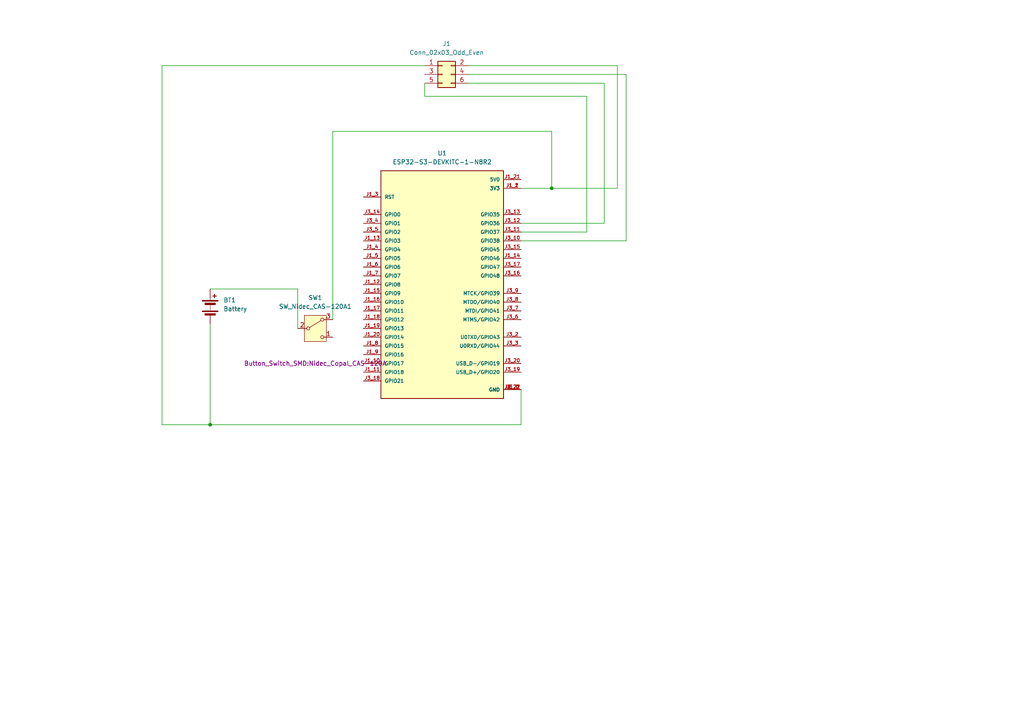
<source format=kicad_sch>
(kicad_sch (version 20231120) (generator "eeschema") (generator_version "8.0")
  (paper "A4")
  (lib_symbols
    (symbol "Connector_Generic:Conn_02x03_Odd_Even" (pin_names (offset 1.016) hide)
      (property "Reference" "J" (at 1.27 5.08 0))
      (property "Value" "Conn_02x03_Odd_Even" (at 1.27 -5.08 0))
      (symbol "Conn_02x03_Odd_Even_1_1"
        (rectangle (start -1.27 -2.413) (end 0 -2.667) (stroke (width 0.1524)))
        (rectangle (start -1.27 0.127) (end 0 -0.127) (stroke (width 0.1524)))
        (rectangle (start -1.27 2.667) (end 0 2.413) (stroke (width 0.1524)))
        (rectangle (start -1.27 3.81) (end 3.81 -3.81) (stroke (width 0.254)) (fill (type background)))
        (rectangle (start 3.81 -2.413) (end 2.54 -2.667) (stroke (width 0.1524)))
        (rectangle (start 3.81 0.127) (end 2.54 -0.127) (stroke (width 0.1524)))
        (rectangle (start 3.81 2.667) (end 2.54 2.413) (stroke (width 0.1524)))
        (pin passive line (at -5.08 2.54 0) (length 3.81) (name "Pin_1") (number "1"))
        (pin passive line (at 7.62 2.54 180) (length 3.81) (name "Pin_2") (number "2"))
        (pin passive line (at -5.08 0 0) (length 3.81) (name "Pin_3") (number "3"))
        (pin passive line (at 7.62 0 180) (length 3.81) (name "Pin_4") (number "4"))
        (pin passive line (at -5.08 -2.54 0) (length 3.81) (name "Pin_5") (number "5"))
        (pin passive line (at 7.62 -2.54 180) (length 3.81) (name "Pin_6") (number "6"))
      )
    )
    (symbol "Device:Battery" (pin_numbers hide) (pin_names (offset 0) hide)
      (property "Reference" "BT" (at 2.54 2.54 0))
      (property "Value" "Battery" (at 2.54 0 0))
      (symbol "Battery_0_1"
        (rectangle (start -2.286 -1.27) (end 2.286 -1.524) (fill (type outline)))
        (rectangle (start -2.286 1.778) (end 2.286 1.524) (fill (type outline)))
        (rectangle (start -1.524 -2.032) (end 1.524 -2.54) (fill (type outline)))
        (rectangle (start -1.524 1.016) (end 1.524 0.508) (fill (type outline)))
        (polyline (pts (xy 0 -1.016) (xy 0 -0.762)))
        (polyline (pts (xy 0 -0.508) (xy 0 -0.254)))
        (polyline (pts (xy 0 0) (xy 0 0.254)))
        (polyline (pts (xy 0 1.778) (xy 0 2.54)))
        (polyline (pts (xy 0.762 3.048) (xy 1.778 3.048)) (stroke (width 0.254)))
        (polyline (pts (xy 1.27 3.556) (xy 1.27 2.54)) (stroke (width 0.254)))
      )
      (symbol "Battery_1_1"
        (pin passive line (at 0 5.08 270) (length 2.54) (name "+") (number "1"))
        (pin passive line (at 0 -5.08 90) (length 2.54) (name "-") (number "2"))
      )
    )
    (symbol "ESP32-S3-DEVKITC-1-N8R2:ESP32-S3-DEVKITC-1-N8R2" (pin_names (offset 1.016))
      (property "Reference" "U" (at -17.78 35.56 0))
      (property "Value" "ESP32-S3-DEVKITC-1-N8R2" (at -17.78 -35.56 0))
      (symbol "ESP32-S3-DEVKITC-1-N8R2_0_0"
        (rectangle (start -17.78 -33.02) (end 17.78 33.02) (stroke (width 0.254)) (fill (type background)))
        (pin power_in line (at 22.86 27.94 180) (length 5.08) (name "3V3") (number "J1_1"))
        (pin bidirectional line (at -22.86 -22.86 0) (length 5.08) (name "GPIO17") (number "J1_10"))
        (pin bidirectional line (at -22.86 -25.4 0) (length 5.08) (name "GPIO18") (number "J1_11"))
        (pin bidirectional line (at -22.86 0 0) (length 5.08) (name "GPIO8") (number "J1_12"))
        (pin bidirectional line (at -22.86 12.7 0) (length 5.08) (name "GPIO3") (number "J1_13"))
        (pin bidirectional line (at 22.86 7.62 180) (length 5.08) (name "GPIO46") (number "J1_14"))
        (pin bidirectional line (at -22.86 -2.54 0) (length 5.08) (name "GPIO9") (number "J1_15"))
        (pin bidirectional line (at -22.86 -5.08 0) (length 5.08) (name "GPIO10") (number "J1_16"))
        (pin bidirectional line (at -22.86 -7.62 0) (length 5.08) (name "GPIO11") (number "J1_17"))
        (pin bidirectional line (at -22.86 -10.16 0) (length 5.08) (name "GPIO12") (number "J1_18"))
        (pin bidirectional line (at -22.86 -12.7 0) (length 5.08) (name "GPIO13") (number "J1_19"))
        (pin power_in line (at 22.86 27.94 180) (length 5.08) (name "3V3") (number "J1_2"))
        (pin bidirectional line (at -22.86 -15.24 0) (length 5.08) (name "GPIO14") (number "J1_20"))
        (pin power_in line (at 22.86 30.48 180) (length 5.08) (name "5V0") (number "J1_21"))
        (pin power_in line (at 22.86 -30.48 180) (length 5.08) (name "GND") (number "J1_22"))
        (pin input line (at -22.86 25.4 0) (length 5.08) (name "RST") (number "J1_3"))
        (pin bidirectional line (at -22.86 10.16 0) (length 5.08) (name "GPIO4") (number "J1_4"))
        (pin bidirectional line (at -22.86 7.62 0) (length 5.08) (name "GPIO5") (number "J1_5"))
        (pin bidirectional line (at -22.86 5.08 0) (length 5.08) (name "GPIO6") (number "J1_6"))
        (pin bidirectional line (at -22.86 2.54 0) (length 5.08) (name "GPIO7") (number "J1_7"))
        (pin bidirectional line (at -22.86 -17.78 0) (length 5.08) (name "GPIO15") (number "J1_8"))
        (pin bidirectional line (at -22.86 -20.32 0) (length 5.08) (name "GPIO16") (number "J1_9"))
        (pin power_in line (at 22.86 -30.48 180) (length 5.08) (name "GND") (number "J3_1"))
        (pin bidirectional line (at 22.86 12.7 180) (length 5.08) (name "GPIO38") (number "J3_10"))
        (pin bidirectional line (at 22.86 15.24 180) (length 5.08) (name "GPIO37") (number "J3_11"))
        (pin bidirectional line (at 22.86 17.78 180) (length 5.08) (name "GPIO36") (number "J3_12"))
        (pin bidirectional line (at 22.86 20.32 180) (length 5.08) (name "GPIO35") (number "J3_13"))
        (pin bidirectional line (at -22.86 20.32 0) (length 5.08) (name "GPIO0") (number "J3_14"))
        (pin bidirectional line (at 22.86 10.16 180) (length 5.08) (name "GPIO45") (number "J3_15"))
        (pin bidirectional line (at 22.86 2.54 180) (length 5.08) (name "GPIO48") (number "J3_16"))
        (pin bidirectional line (at 22.86 5.08 180) (length 5.08) (name "GPIO47") (number "J3_17"))
        (pin bidirectional line (at -22.86 -27.94 0) (length 5.08) (name "GPIO21") (number "J3_18"))
        (pin bidirectional line (at 22.86 -25.4 180) (length 5.08) (name "USB_D+/GPIO20") (number "J3_19"))
        (pin bidirectional line (at 22.86 -15.24 180) (length 5.08) (name "U0TXD/GPIO43") (number "J3_2"))
        (pin bidirectional line (at 22.86 -22.86 180) (length 5.08) (name "USB_D-/GPIO19") (number "J3_20"))
        (pin power_in line (at 22.86 -30.48 180) (length 5.08) (name "GND") (number "J3_21"))
        (pin power_in line (at 22.86 -30.48 180) (length 5.08) (name "GND") (number "J3_22"))
        (pin bidirectional line (at 22.86 -17.78 180) (length 5.08) (name "U0RXD/GPIO44") (number "J3_3"))
        (pin bidirectional line (at -22.86 17.78 0) (length 5.08) (name "GPIO1") (number "J3_4"))
        (pin bidirectional line (at -22.86 15.24 0) (length 5.08) (name "GPIO2") (number "J3_5"))
        (pin bidirectional line (at 22.86 -10.16 180) (length 5.08) (name "MTMS/GPIO42") (number "J3_6"))
        (pin bidirectional line (at 22.86 -7.62 180) (length 5.08) (name "MTDI/GPIO41") (number "J3_7"))
        (pin bidirectional line (at 22.86 -5.08 180) (length 5.08) (name "MTDO/GPIO40") (number "J3_8"))
        (pin bidirectional line (at 22.86 -2.54 180) (length 5.08) (name "MTCK/GPIO39") (number "J3_9"))
      )
    )
    (symbol "Switch:SW_Nidec_CAS-120A1" (pin_names (offset 1) hide)
      (property "Reference" "SW" (at 0 4.318 0))
      (property "Value" "SW_Nidec_CAS-120A1" (at 0 -5.08 0))
      (symbol "SW_Nidec_CAS-120A1_0_1"
        (circle (center -2.032 0) (radius 0.4572))
        (polyline (pts (xy -1.651 0.254) (xy 1.651 2.286)))
        (circle (center 2.032 -2.54) (radius 0.4572))
        (circle (center 2.032 2.54) (radius 0.4572))
      )
      (symbol "SW_Nidec_CAS-120A1_1_1"
        (rectangle (start -3.175 3.81) (end 3.175 -3.81) (fill (type background)))
        (pin passive line (at 5.08 -2.54 180) (length 2.54) (name "C") (number "1"))
        (pin passive line (at -5.08 0 0) (length 2.54) (name "B") (number "2"))
        (pin passive line (at 5.08 2.54 180) (length 2.54) (name "A") (number "3"))
      )
    )
  )
  (junction (at 60.96 123.19))
  (junction (at 160.02 54.61))
  (wire (pts (xy 123.19 27.94) (xy 170.18 27.94)))
  (wire (pts (xy 86.36 83.82) (xy 86.36 95.25)))
  (wire (pts (xy 46.99 19.05) (xy 46.99 123.19)))
  (wire (pts (xy 175.26 64.77) (xy 151.13 64.77)))
  (wire (pts (xy 135.89 24.13) (xy 175.26 24.13)))
  (wire (pts (xy 170.18 67.31) (xy 151.13 67.31)))
  (wire (pts (xy 151.13 54.61) (xy 160.02 54.61)))
  (wire (pts (xy 181.61 69.85) (xy 151.13 69.85)))
  (wire (pts (xy 60.96 123.19) (xy 151.13 123.19)))
  (wire (pts (xy 151.13 123.19) (xy 151.13 113.03)))
  (wire (pts (xy 179.07 54.61) (xy 160.02 54.61)))
  (wire (pts (xy 123.19 24.13) (xy 123.19 27.94)))
  (wire (pts (xy 60.96 93.98) (xy 60.96 123.19)))
  (wire (pts (xy 60.96 83.82) (xy 86.36 83.82)))
  (wire (pts (xy 135.89 19.05) (xy 179.07 19.05)))
  (wire (pts (xy 175.26 24.13) (xy 175.26 64.77)))
  (wire (pts (xy 96.52 92.71) (xy 96.52 38.1)))
  (wire (pts (xy 181.61 21.59) (xy 181.61 69.85)))
  (wire (pts (xy 123.19 19.05) (xy 46.99 19.05)))
  (wire (pts (xy 170.18 27.94) (xy 170.18 67.31)))
  (wire (pts (xy 135.89 21.59) (xy 181.61 21.59)))
  (wire (pts (xy 160.02 38.1) (xy 160.02 54.61)))
  (wire (pts (xy 179.07 19.05) (xy 179.07 54.61)))
  (wire (pts (xy 96.52 38.1) (xy 160.02 38.1)))
  (wire (pts (xy 46.99 123.19) (xy 60.96 123.19)))
  (symbol (lib_id "Switch:SW_Nidec_CAS-120A1") (at 91.44 95.25 0) (unit 1)
    (property "Reference" "SW1" (at 91.44 86.36 0))
    (property "Value" "SW_Nidec_CAS-120A1" (at 91.44 88.9 0))
    (property "Footprint" "Button_Switch_SMD:Nidec_Copal_CAS-120A" (at 91.44 105.41 0))
    (property "Datasheet" "https://www.nidec-components.com/e/catalog/switch/cas.pdf" (effects (hide yes)))
    (property "Description" "Switch, single pole double throw" (effects (hide yes)))
  )
  (symbol (lib_id "Device:Battery") (at 60.96 88.9 0) (unit 1)
    (property "Reference" "BT1" (at 64.77 87.0584 0) (effects (justify left)))
    (property "Value" "Battery" (at 64.77 89.5984 0) (effects (justify left)))
    (property "Footprint" "Connector_JST:JST_EH_S2B-EH_1x02_P2.50mm_Horizontal" (effects (hide yes)))
    (property "Description" "Multiple-cell battery" (effects (hide yes)))
  )
  (symbol (lib_id "Connector_Generic:Conn_02x03_Odd_Even") (at 128.27 21.59 0) (unit 1)
    (property "Reference" "J1" (at 129.54 12.7 0))
    (property "Value" "Conn_02x03_Odd_Even" (at 129.54 15.24 0))
    (property "Footprint" "Button_Switch_THT:SW_PUSH_E-Switch_FS5700DP_DPDT" (effects (hide yes)))
    (property "Description" "Generic connector, double row, 02x03, odd/even pin numbering scheme (row 1 odd numbers, row 2 even numbers), script generated (kicad-library-utils/schlib/autogen/connector/)" (effects (hide yes)))
  )
  (symbol (lib_id "ESP32-S3-DEVKITC-1-N8R2:ESP32-S3-DEVKITC-1-N8R2") (at 128.27 82.55 0) (unit 1)
    (property "Reference" "U1" (at 128.27 44.45 0))
    (property "Value" "ESP32-S3-DEVKITC-1-N8R2" (at 128.27 46.99 0))
    (property "Footprint" "ESP32-S3-DEVKITC-1-N8R2:XCVR_ESP32-S3-DEVKITC-1-N8R2" (effects (hide yes)))
    (property "MF" "Espressif Systems" (effects (hide yes)))
    (property "Description_1" "\n                        \n                            WiFi Development Tools - 802.11 ESP32-S3 general-purpose development board, embeds ESP32-S3-WROOM-1-N8R2, with pin header\n                        \n" (effects (hide yes)))
    (property "Package" "None" (effects (hide yes)))
    (property "Price" "None" (effects (hide yes)))
    (property "Check_prices" "https://www.snapeda.com/parts/ESP32-S3-DEVKITC-1-N8R2/Espressif+Systems/view-part/?ref=eda" (effects (hide yes)))
    (property "STANDARD" "Manufacturer Recommendations" (effects (hide yes)))
    (property "PARTREV" "V1" (effects (hide yes)))
    (property "SnapEDA_Link" "https://www.snapeda.com/parts/ESP32-S3-DEVKITC-1-N8R2/Espressif+Systems/view-part/?ref=snap" (effects (hide yes)))
    (property "MP" "ESP32-S3-DEVKITC-1-N8R2" (effects (hide yes)))
    (property "Availability" "In Stock" (effects (hide yes)))
    (property "MANUFACTURER" "Espressif" (effects (hide yes)))
  )
)
</source>
